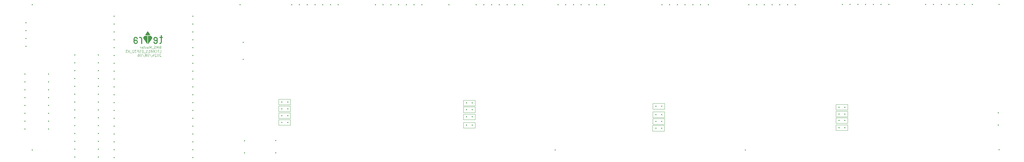
<source format=gbo>
%TF.GenerationSoftware,KiCad,Pcbnew,8.0.4*%
%TF.CreationDate,2024-08-06T18:21:13+08:00*%
%TF.ProjectId,LTC6811_ESP32_V3,4c544336-3831-4315-9f45-535033325f56,rev?*%
%TF.SameCoordinates,Original*%
%TF.FileFunction,Legend,Bot*%
%TF.FilePolarity,Positive*%
%FSLAX46Y46*%
G04 Gerber Fmt 4.6, Leading zero omitted, Abs format (unit mm)*
G04 Created by KiCad (PCBNEW 8.0.4) date 2024-08-06 18:21:13*
%MOMM*%
%LPD*%
G01*
G04 APERTURE LIST*
%ADD10C,0.120000*%
%ADD11C,0.010000*%
%ADD12C,0.350000*%
G04 APERTURE END LIST*
D10*
X143100000Y12858072D02*
X146900000Y12858072D01*
X146900000Y11058072D01*
X143100000Y11058072D01*
X143100000Y12858072D01*
X143100000Y20058072D02*
X146900000Y20058072D01*
X146900000Y18258072D01*
X143100000Y18258072D01*
X143100000Y20058072D01*
X204200000Y16258072D02*
X208000000Y16258072D01*
X208000000Y14458072D01*
X204200000Y14458072D01*
X204200000Y16258072D01*
X263300000Y16458072D02*
X267100000Y16458072D01*
X267100000Y14658072D01*
X263300000Y14658072D01*
X263300000Y16458072D01*
X83500000Y13758072D02*
X87300000Y13758072D01*
X87300000Y11958072D01*
X83500000Y11958072D01*
X83500000Y13758072D01*
X83500000Y20358072D02*
X87300000Y20358072D01*
X87300000Y18558072D01*
X83500000Y18558072D01*
X83500000Y20358072D01*
X204200000Y18958072D02*
X208000000Y18958072D01*
X208000000Y17158072D01*
X204200000Y17158072D01*
X204200000Y18958072D01*
X143100000Y15558072D02*
X146900000Y15558072D01*
X146900000Y13758072D01*
X143100000Y13758072D01*
X143100000Y15558072D01*
X263300000Y18658072D02*
X267100000Y18658072D01*
X267100000Y16858072D01*
X263300000Y16858072D01*
X263300000Y18658072D01*
X263300000Y14358072D02*
X267100000Y14358072D01*
X267100000Y12558072D01*
X263300000Y12558072D01*
X263300000Y14358072D01*
X83500000Y18158072D02*
X87300000Y18158072D01*
X87300000Y16358072D01*
X83500000Y16358072D01*
X83500000Y18158072D01*
X143100000Y17858072D02*
X146900000Y17858072D01*
X146900000Y16058072D01*
X143100000Y16058072D01*
X143100000Y17858072D01*
X204100000Y11858072D02*
X207900000Y11858072D01*
X207900000Y10058072D01*
X204100000Y10058072D01*
X204100000Y11858072D01*
X263300000Y12058072D02*
X267100000Y12058072D01*
X267100000Y10258072D01*
X263300000Y10258072D01*
X263300000Y12058072D01*
X204200000Y14058072D02*
X208000000Y14058072D01*
X208000000Y12258072D01*
X204200000Y12258072D01*
X204200000Y14058072D01*
X83500000Y15958072D02*
X87300000Y15958072D01*
X87300000Y14158072D01*
X83500000Y14158072D01*
X83500000Y15958072D01*
X45163910Y37157175D02*
X45049624Y37119080D01*
X45049624Y37119080D02*
X45011529Y37080984D01*
X45011529Y37080984D02*
X44973433Y37004794D01*
X44973433Y37004794D02*
X44973433Y36890508D01*
X44973433Y36890508D02*
X45011529Y36814318D01*
X45011529Y36814318D02*
X45049624Y36776222D01*
X45049624Y36776222D02*
X45125814Y36738127D01*
X45125814Y36738127D02*
X45430576Y36738127D01*
X45430576Y36738127D02*
X45430576Y37538127D01*
X45430576Y37538127D02*
X45163910Y37538127D01*
X45163910Y37538127D02*
X45087719Y37500032D01*
X45087719Y37500032D02*
X45049624Y37461937D01*
X45049624Y37461937D02*
X45011529Y37385746D01*
X45011529Y37385746D02*
X45011529Y37309556D01*
X45011529Y37309556D02*
X45049624Y37233365D01*
X45049624Y37233365D02*
X45087719Y37195270D01*
X45087719Y37195270D02*
X45163910Y37157175D01*
X45163910Y37157175D02*
X45430576Y37157175D01*
X44630576Y36738127D02*
X44630576Y37538127D01*
X44630576Y37538127D02*
X44363910Y36966699D01*
X44363910Y36966699D02*
X44097243Y37538127D01*
X44097243Y37538127D02*
X44097243Y36738127D01*
X43754386Y36776222D02*
X43640100Y36738127D01*
X43640100Y36738127D02*
X43449624Y36738127D01*
X43449624Y36738127D02*
X43373433Y36776222D01*
X43373433Y36776222D02*
X43335338Y36814318D01*
X43335338Y36814318D02*
X43297243Y36890508D01*
X43297243Y36890508D02*
X43297243Y36966699D01*
X43297243Y36966699D02*
X43335338Y37042889D01*
X43335338Y37042889D02*
X43373433Y37080984D01*
X43373433Y37080984D02*
X43449624Y37119080D01*
X43449624Y37119080D02*
X43602005Y37157175D01*
X43602005Y37157175D02*
X43678195Y37195270D01*
X43678195Y37195270D02*
X43716290Y37233365D01*
X43716290Y37233365D02*
X43754386Y37309556D01*
X43754386Y37309556D02*
X43754386Y37385746D01*
X43754386Y37385746D02*
X43716290Y37461937D01*
X43716290Y37461937D02*
X43678195Y37500032D01*
X43678195Y37500032D02*
X43602005Y37538127D01*
X43602005Y37538127D02*
X43411528Y37538127D01*
X43411528Y37538127D02*
X43297243Y37500032D01*
X43144862Y36661937D02*
X42535338Y36661937D01*
X42344861Y36738127D02*
X42344861Y37538127D01*
X42344861Y37538127D02*
X42078195Y36966699D01*
X42078195Y36966699D02*
X41811528Y37538127D01*
X41811528Y37538127D02*
X41811528Y36738127D01*
X41087718Y36738127D02*
X41087718Y37157175D01*
X41087718Y37157175D02*
X41125813Y37233365D01*
X41125813Y37233365D02*
X41202004Y37271461D01*
X41202004Y37271461D02*
X41354385Y37271461D01*
X41354385Y37271461D02*
X41430575Y37233365D01*
X41087718Y36776222D02*
X41163909Y36738127D01*
X41163909Y36738127D02*
X41354385Y36738127D01*
X41354385Y36738127D02*
X41430575Y36776222D01*
X41430575Y36776222D02*
X41468671Y36852413D01*
X41468671Y36852413D02*
X41468671Y36928603D01*
X41468671Y36928603D02*
X41430575Y37004794D01*
X41430575Y37004794D02*
X41354385Y37042889D01*
X41354385Y37042889D02*
X41163909Y37042889D01*
X41163909Y37042889D02*
X41087718Y37080984D01*
X40744861Y36776222D02*
X40668670Y36738127D01*
X40668670Y36738127D02*
X40516289Y36738127D01*
X40516289Y36738127D02*
X40440099Y36776222D01*
X40440099Y36776222D02*
X40402003Y36852413D01*
X40402003Y36852413D02*
X40402003Y36890508D01*
X40402003Y36890508D02*
X40440099Y36966699D01*
X40440099Y36966699D02*
X40516289Y37004794D01*
X40516289Y37004794D02*
X40630575Y37004794D01*
X40630575Y37004794D02*
X40706765Y37042889D01*
X40706765Y37042889D02*
X40744861Y37119080D01*
X40744861Y37119080D02*
X40744861Y37157175D01*
X40744861Y37157175D02*
X40706765Y37233365D01*
X40706765Y37233365D02*
X40630575Y37271461D01*
X40630575Y37271461D02*
X40516289Y37271461D01*
X40516289Y37271461D02*
X40440099Y37233365D01*
X40173432Y37271461D02*
X39868670Y37271461D01*
X40059146Y37538127D02*
X40059146Y36852413D01*
X40059146Y36852413D02*
X40021051Y36776222D01*
X40021051Y36776222D02*
X39944861Y36738127D01*
X39944861Y36738127D02*
X39868670Y36738127D01*
X39297241Y36776222D02*
X39373432Y36738127D01*
X39373432Y36738127D02*
X39525813Y36738127D01*
X39525813Y36738127D02*
X39602003Y36776222D01*
X39602003Y36776222D02*
X39640099Y36852413D01*
X39640099Y36852413D02*
X39640099Y37157175D01*
X39640099Y37157175D02*
X39602003Y37233365D01*
X39602003Y37233365D02*
X39525813Y37271461D01*
X39525813Y37271461D02*
X39373432Y37271461D01*
X39373432Y37271461D02*
X39297241Y37233365D01*
X39297241Y37233365D02*
X39259146Y37157175D01*
X39259146Y37157175D02*
X39259146Y37080984D01*
X39259146Y37080984D02*
X39640099Y37004794D01*
X38916289Y36738127D02*
X38916289Y37271461D01*
X38916289Y37119080D02*
X38878194Y37195270D01*
X38878194Y37195270D02*
X38840099Y37233365D01*
X38840099Y37233365D02*
X38763908Y37271461D01*
X38763908Y37271461D02*
X38687718Y37271461D01*
X45049624Y35450172D02*
X45430576Y35450172D01*
X45430576Y35450172D02*
X45430576Y36250172D01*
X44897243Y36250172D02*
X44440100Y36250172D01*
X44668672Y35450172D02*
X44668672Y36250172D01*
X43716290Y35526363D02*
X43754386Y35488267D01*
X43754386Y35488267D02*
X43868671Y35450172D01*
X43868671Y35450172D02*
X43944862Y35450172D01*
X43944862Y35450172D02*
X44059148Y35488267D01*
X44059148Y35488267D02*
X44135338Y35564458D01*
X44135338Y35564458D02*
X44173433Y35640648D01*
X44173433Y35640648D02*
X44211529Y35793029D01*
X44211529Y35793029D02*
X44211529Y35907315D01*
X44211529Y35907315D02*
X44173433Y36059696D01*
X44173433Y36059696D02*
X44135338Y36135887D01*
X44135338Y36135887D02*
X44059148Y36212077D01*
X44059148Y36212077D02*
X43944862Y36250172D01*
X43944862Y36250172D02*
X43868671Y36250172D01*
X43868671Y36250172D02*
X43754386Y36212077D01*
X43754386Y36212077D02*
X43716290Y36173982D01*
X43030576Y36250172D02*
X43182957Y36250172D01*
X43182957Y36250172D02*
X43259148Y36212077D01*
X43259148Y36212077D02*
X43297243Y36173982D01*
X43297243Y36173982D02*
X43373433Y36059696D01*
X43373433Y36059696D02*
X43411529Y35907315D01*
X43411529Y35907315D02*
X43411529Y35602553D01*
X43411529Y35602553D02*
X43373433Y35526363D01*
X43373433Y35526363D02*
X43335338Y35488267D01*
X43335338Y35488267D02*
X43259148Y35450172D01*
X43259148Y35450172D02*
X43106767Y35450172D01*
X43106767Y35450172D02*
X43030576Y35488267D01*
X43030576Y35488267D02*
X42992481Y35526363D01*
X42992481Y35526363D02*
X42954386Y35602553D01*
X42954386Y35602553D02*
X42954386Y35793029D01*
X42954386Y35793029D02*
X42992481Y35869220D01*
X42992481Y35869220D02*
X43030576Y35907315D01*
X43030576Y35907315D02*
X43106767Y35945410D01*
X43106767Y35945410D02*
X43259148Y35945410D01*
X43259148Y35945410D02*
X43335338Y35907315D01*
X43335338Y35907315D02*
X43373433Y35869220D01*
X43373433Y35869220D02*
X43411529Y35793029D01*
X42497243Y35907315D02*
X42573433Y35945410D01*
X42573433Y35945410D02*
X42611528Y35983506D01*
X42611528Y35983506D02*
X42649624Y36059696D01*
X42649624Y36059696D02*
X42649624Y36097791D01*
X42649624Y36097791D02*
X42611528Y36173982D01*
X42611528Y36173982D02*
X42573433Y36212077D01*
X42573433Y36212077D02*
X42497243Y36250172D01*
X42497243Y36250172D02*
X42344862Y36250172D01*
X42344862Y36250172D02*
X42268671Y36212077D01*
X42268671Y36212077D02*
X42230576Y36173982D01*
X42230576Y36173982D02*
X42192481Y36097791D01*
X42192481Y36097791D02*
X42192481Y36059696D01*
X42192481Y36059696D02*
X42230576Y35983506D01*
X42230576Y35983506D02*
X42268671Y35945410D01*
X42268671Y35945410D02*
X42344862Y35907315D01*
X42344862Y35907315D02*
X42497243Y35907315D01*
X42497243Y35907315D02*
X42573433Y35869220D01*
X42573433Y35869220D02*
X42611528Y35831125D01*
X42611528Y35831125D02*
X42649624Y35754934D01*
X42649624Y35754934D02*
X42649624Y35602553D01*
X42649624Y35602553D02*
X42611528Y35526363D01*
X42611528Y35526363D02*
X42573433Y35488267D01*
X42573433Y35488267D02*
X42497243Y35450172D01*
X42497243Y35450172D02*
X42344862Y35450172D01*
X42344862Y35450172D02*
X42268671Y35488267D01*
X42268671Y35488267D02*
X42230576Y35526363D01*
X42230576Y35526363D02*
X42192481Y35602553D01*
X42192481Y35602553D02*
X42192481Y35754934D01*
X42192481Y35754934D02*
X42230576Y35831125D01*
X42230576Y35831125D02*
X42268671Y35869220D01*
X42268671Y35869220D02*
X42344862Y35907315D01*
X41430576Y35450172D02*
X41887719Y35450172D01*
X41659147Y35450172D02*
X41659147Y36250172D01*
X41659147Y36250172D02*
X41735338Y36135887D01*
X41735338Y36135887D02*
X41811528Y36059696D01*
X41811528Y36059696D02*
X41887719Y36021601D01*
X40668671Y35450172D02*
X41125814Y35450172D01*
X40897242Y35450172D02*
X40897242Y36250172D01*
X40897242Y36250172D02*
X40973433Y36135887D01*
X40973433Y36135887D02*
X41049623Y36059696D01*
X41049623Y36059696D02*
X41125814Y36021601D01*
X40516290Y35373982D02*
X39906766Y35373982D01*
X39716289Y35869220D02*
X39449623Y35869220D01*
X39335337Y35450172D02*
X39716289Y35450172D01*
X39716289Y35450172D02*
X39716289Y36250172D01*
X39716289Y36250172D02*
X39335337Y36250172D01*
X39030575Y35488267D02*
X38916289Y35450172D01*
X38916289Y35450172D02*
X38725813Y35450172D01*
X38725813Y35450172D02*
X38649622Y35488267D01*
X38649622Y35488267D02*
X38611527Y35526363D01*
X38611527Y35526363D02*
X38573432Y35602553D01*
X38573432Y35602553D02*
X38573432Y35678744D01*
X38573432Y35678744D02*
X38611527Y35754934D01*
X38611527Y35754934D02*
X38649622Y35793029D01*
X38649622Y35793029D02*
X38725813Y35831125D01*
X38725813Y35831125D02*
X38878194Y35869220D01*
X38878194Y35869220D02*
X38954384Y35907315D01*
X38954384Y35907315D02*
X38992479Y35945410D01*
X38992479Y35945410D02*
X39030575Y36021601D01*
X39030575Y36021601D02*
X39030575Y36097791D01*
X39030575Y36097791D02*
X38992479Y36173982D01*
X38992479Y36173982D02*
X38954384Y36212077D01*
X38954384Y36212077D02*
X38878194Y36250172D01*
X38878194Y36250172D02*
X38687717Y36250172D01*
X38687717Y36250172D02*
X38573432Y36212077D01*
X38230574Y35450172D02*
X38230574Y36250172D01*
X38230574Y36250172D02*
X37925812Y36250172D01*
X37925812Y36250172D02*
X37849622Y36212077D01*
X37849622Y36212077D02*
X37811527Y36173982D01*
X37811527Y36173982D02*
X37773431Y36097791D01*
X37773431Y36097791D02*
X37773431Y35983506D01*
X37773431Y35983506D02*
X37811527Y35907315D01*
X37811527Y35907315D02*
X37849622Y35869220D01*
X37849622Y35869220D02*
X37925812Y35831125D01*
X37925812Y35831125D02*
X38230574Y35831125D01*
X37506765Y36250172D02*
X37011527Y36250172D01*
X37011527Y36250172D02*
X37278193Y35945410D01*
X37278193Y35945410D02*
X37163908Y35945410D01*
X37163908Y35945410D02*
X37087717Y35907315D01*
X37087717Y35907315D02*
X37049622Y35869220D01*
X37049622Y35869220D02*
X37011527Y35793029D01*
X37011527Y35793029D02*
X37011527Y35602553D01*
X37011527Y35602553D02*
X37049622Y35526363D01*
X37049622Y35526363D02*
X37087717Y35488267D01*
X37087717Y35488267D02*
X37163908Y35450172D01*
X37163908Y35450172D02*
X37392479Y35450172D01*
X37392479Y35450172D02*
X37468670Y35488267D01*
X37468670Y35488267D02*
X37506765Y35526363D01*
X36706765Y36173982D02*
X36668669Y36212077D01*
X36668669Y36212077D02*
X36592479Y36250172D01*
X36592479Y36250172D02*
X36402003Y36250172D01*
X36402003Y36250172D02*
X36325812Y36212077D01*
X36325812Y36212077D02*
X36287717Y36173982D01*
X36287717Y36173982D02*
X36249622Y36097791D01*
X36249622Y36097791D02*
X36249622Y36021601D01*
X36249622Y36021601D02*
X36287717Y35907315D01*
X36287717Y35907315D02*
X36744860Y35450172D01*
X36744860Y35450172D02*
X36249622Y35450172D01*
X36097241Y35373982D02*
X35487717Y35373982D01*
X35411526Y36250172D02*
X35144859Y35450172D01*
X35144859Y35450172D02*
X34878193Y36250172D01*
X34687717Y36250172D02*
X34192479Y36250172D01*
X34192479Y36250172D02*
X34459145Y35945410D01*
X34459145Y35945410D02*
X34344860Y35945410D01*
X34344860Y35945410D02*
X34268669Y35907315D01*
X34268669Y35907315D02*
X34230574Y35869220D01*
X34230574Y35869220D02*
X34192479Y35793029D01*
X34192479Y35793029D02*
X34192479Y35602553D01*
X34192479Y35602553D02*
X34230574Y35526363D01*
X34230574Y35526363D02*
X34268669Y35488267D01*
X34268669Y35488267D02*
X34344860Y35450172D01*
X34344860Y35450172D02*
X34573431Y35450172D01*
X34573431Y35450172D02*
X34649622Y35488267D01*
X34649622Y35488267D02*
X34687717Y35526363D01*
X45468672Y34886027D02*
X45430576Y34924122D01*
X45430576Y34924122D02*
X45354386Y34962217D01*
X45354386Y34962217D02*
X45163910Y34962217D01*
X45163910Y34962217D02*
X45087719Y34924122D01*
X45087719Y34924122D02*
X45049624Y34886027D01*
X45049624Y34886027D02*
X45011529Y34809836D01*
X45011529Y34809836D02*
X45011529Y34733646D01*
X45011529Y34733646D02*
X45049624Y34619360D01*
X45049624Y34619360D02*
X45506767Y34162217D01*
X45506767Y34162217D02*
X45011529Y34162217D01*
X44516290Y34962217D02*
X44440100Y34962217D01*
X44440100Y34962217D02*
X44363909Y34924122D01*
X44363909Y34924122D02*
X44325814Y34886027D01*
X44325814Y34886027D02*
X44287719Y34809836D01*
X44287719Y34809836D02*
X44249624Y34657455D01*
X44249624Y34657455D02*
X44249624Y34466979D01*
X44249624Y34466979D02*
X44287719Y34314598D01*
X44287719Y34314598D02*
X44325814Y34238408D01*
X44325814Y34238408D02*
X44363909Y34200312D01*
X44363909Y34200312D02*
X44440100Y34162217D01*
X44440100Y34162217D02*
X44516290Y34162217D01*
X44516290Y34162217D02*
X44592481Y34200312D01*
X44592481Y34200312D02*
X44630576Y34238408D01*
X44630576Y34238408D02*
X44668671Y34314598D01*
X44668671Y34314598D02*
X44706767Y34466979D01*
X44706767Y34466979D02*
X44706767Y34657455D01*
X44706767Y34657455D02*
X44668671Y34809836D01*
X44668671Y34809836D02*
X44630576Y34886027D01*
X44630576Y34886027D02*
X44592481Y34924122D01*
X44592481Y34924122D02*
X44516290Y34962217D01*
X43944862Y34886027D02*
X43906766Y34924122D01*
X43906766Y34924122D02*
X43830576Y34962217D01*
X43830576Y34962217D02*
X43640100Y34962217D01*
X43640100Y34962217D02*
X43563909Y34924122D01*
X43563909Y34924122D02*
X43525814Y34886027D01*
X43525814Y34886027D02*
X43487719Y34809836D01*
X43487719Y34809836D02*
X43487719Y34733646D01*
X43487719Y34733646D02*
X43525814Y34619360D01*
X43525814Y34619360D02*
X43982957Y34162217D01*
X43982957Y34162217D02*
X43487719Y34162217D01*
X42802004Y34695551D02*
X42802004Y34162217D01*
X42992480Y35000312D02*
X43182957Y34428884D01*
X43182957Y34428884D02*
X42687718Y34428884D01*
X41811528Y35000312D02*
X42497242Y33971741D01*
X41392480Y34962217D02*
X41316290Y34962217D01*
X41316290Y34962217D02*
X41240099Y34924122D01*
X41240099Y34924122D02*
X41202004Y34886027D01*
X41202004Y34886027D02*
X41163909Y34809836D01*
X41163909Y34809836D02*
X41125814Y34657455D01*
X41125814Y34657455D02*
X41125814Y34466979D01*
X41125814Y34466979D02*
X41163909Y34314598D01*
X41163909Y34314598D02*
X41202004Y34238408D01*
X41202004Y34238408D02*
X41240099Y34200312D01*
X41240099Y34200312D02*
X41316290Y34162217D01*
X41316290Y34162217D02*
X41392480Y34162217D01*
X41392480Y34162217D02*
X41468671Y34200312D01*
X41468671Y34200312D02*
X41506766Y34238408D01*
X41506766Y34238408D02*
X41544861Y34314598D01*
X41544861Y34314598D02*
X41582957Y34466979D01*
X41582957Y34466979D02*
X41582957Y34657455D01*
X41582957Y34657455D02*
X41544861Y34809836D01*
X41544861Y34809836D02*
X41506766Y34886027D01*
X41506766Y34886027D02*
X41468671Y34924122D01*
X41468671Y34924122D02*
X41392480Y34962217D01*
X40668671Y34619360D02*
X40744861Y34657455D01*
X40744861Y34657455D02*
X40782956Y34695551D01*
X40782956Y34695551D02*
X40821052Y34771741D01*
X40821052Y34771741D02*
X40821052Y34809836D01*
X40821052Y34809836D02*
X40782956Y34886027D01*
X40782956Y34886027D02*
X40744861Y34924122D01*
X40744861Y34924122D02*
X40668671Y34962217D01*
X40668671Y34962217D02*
X40516290Y34962217D01*
X40516290Y34962217D02*
X40440099Y34924122D01*
X40440099Y34924122D02*
X40402004Y34886027D01*
X40402004Y34886027D02*
X40363909Y34809836D01*
X40363909Y34809836D02*
X40363909Y34771741D01*
X40363909Y34771741D02*
X40402004Y34695551D01*
X40402004Y34695551D02*
X40440099Y34657455D01*
X40440099Y34657455D02*
X40516290Y34619360D01*
X40516290Y34619360D02*
X40668671Y34619360D01*
X40668671Y34619360D02*
X40744861Y34581265D01*
X40744861Y34581265D02*
X40782956Y34543170D01*
X40782956Y34543170D02*
X40821052Y34466979D01*
X40821052Y34466979D02*
X40821052Y34314598D01*
X40821052Y34314598D02*
X40782956Y34238408D01*
X40782956Y34238408D02*
X40744861Y34200312D01*
X40744861Y34200312D02*
X40668671Y34162217D01*
X40668671Y34162217D02*
X40516290Y34162217D01*
X40516290Y34162217D02*
X40440099Y34200312D01*
X40440099Y34200312D02*
X40402004Y34238408D01*
X40402004Y34238408D02*
X40363909Y34314598D01*
X40363909Y34314598D02*
X40363909Y34466979D01*
X40363909Y34466979D02*
X40402004Y34543170D01*
X40402004Y34543170D02*
X40440099Y34581265D01*
X40440099Y34581265D02*
X40516290Y34619360D01*
X39449623Y35000312D02*
X40135337Y33971741D01*
X39030575Y34962217D02*
X38954385Y34962217D01*
X38954385Y34962217D02*
X38878194Y34924122D01*
X38878194Y34924122D02*
X38840099Y34886027D01*
X38840099Y34886027D02*
X38802004Y34809836D01*
X38802004Y34809836D02*
X38763909Y34657455D01*
X38763909Y34657455D02*
X38763909Y34466979D01*
X38763909Y34466979D02*
X38802004Y34314598D01*
X38802004Y34314598D02*
X38840099Y34238408D01*
X38840099Y34238408D02*
X38878194Y34200312D01*
X38878194Y34200312D02*
X38954385Y34162217D01*
X38954385Y34162217D02*
X39030575Y34162217D01*
X39030575Y34162217D02*
X39106766Y34200312D01*
X39106766Y34200312D02*
X39144861Y34238408D01*
X39144861Y34238408D02*
X39182956Y34314598D01*
X39182956Y34314598D02*
X39221052Y34466979D01*
X39221052Y34466979D02*
X39221052Y34657455D01*
X39221052Y34657455D02*
X39182956Y34809836D01*
X39182956Y34809836D02*
X39144861Y34886027D01*
X39144861Y34886027D02*
X39106766Y34924122D01*
X39106766Y34924122D02*
X39030575Y34962217D01*
X38078194Y34962217D02*
X38230575Y34962217D01*
X38230575Y34962217D02*
X38306766Y34924122D01*
X38306766Y34924122D02*
X38344861Y34886027D01*
X38344861Y34886027D02*
X38421051Y34771741D01*
X38421051Y34771741D02*
X38459147Y34619360D01*
X38459147Y34619360D02*
X38459147Y34314598D01*
X38459147Y34314598D02*
X38421051Y34238408D01*
X38421051Y34238408D02*
X38382956Y34200312D01*
X38382956Y34200312D02*
X38306766Y34162217D01*
X38306766Y34162217D02*
X38154385Y34162217D01*
X38154385Y34162217D02*
X38078194Y34200312D01*
X38078194Y34200312D02*
X38040099Y34238408D01*
X38040099Y34238408D02*
X38002004Y34314598D01*
X38002004Y34314598D02*
X38002004Y34505074D01*
X38002004Y34505074D02*
X38040099Y34581265D01*
X38040099Y34581265D02*
X38078194Y34619360D01*
X38078194Y34619360D02*
X38154385Y34657455D01*
X38154385Y34657455D02*
X38306766Y34657455D01*
X38306766Y34657455D02*
X38382956Y34619360D01*
X38382956Y34619360D02*
X38421051Y34581265D01*
X38421051Y34581265D02*
X38459147Y34505074D01*
D11*
%TO.C,LOGO2*%
X42397370Y40597405D02*
X42412067Y40576245D01*
X42454862Y40514302D01*
X42494759Y40456076D01*
X42530621Y40403260D01*
X42561311Y40357544D01*
X42585690Y40320619D01*
X42602621Y40294176D01*
X42610967Y40279905D01*
X42616447Y40266522D01*
X42625586Y40225058D01*
X42626565Y40181354D01*
X42618904Y40143661D01*
X42618078Y40142054D01*
X42609359Y40128107D01*
X42591793Y40101316D01*
X42565951Y40062520D01*
X42532403Y40012560D01*
X42491718Y39952275D01*
X42444467Y39882504D01*
X42391219Y39804089D01*
X42332546Y39717868D01*
X42269016Y39624682D01*
X42201200Y39525370D01*
X42129668Y39420772D01*
X42054990Y39311727D01*
X41977736Y39199076D01*
X41950912Y39159998D01*
X41874659Y39049001D01*
X41801197Y38942204D01*
X41731091Y38840422D01*
X41664904Y38744468D01*
X41603203Y38655157D01*
X41546551Y38573303D01*
X41495512Y38499721D01*
X41450653Y38435225D01*
X41412537Y38380630D01*
X41381729Y38336749D01*
X41358793Y38304397D01*
X41344295Y38284389D01*
X41338798Y38277539D01*
X41338591Y38278176D01*
X41337853Y38290983D01*
X41337140Y38319548D01*
X41336456Y38362946D01*
X41335808Y38420257D01*
X41335199Y38490557D01*
X41334634Y38572923D01*
X41334117Y38666433D01*
X41333655Y38770164D01*
X41333250Y38883194D01*
X41332909Y39004601D01*
X41332635Y39133460D01*
X41332434Y39268851D01*
X41332309Y39409849D01*
X41332267Y39555533D01*
X41332267Y40833528D01*
X41352695Y40857283D01*
X41373123Y40881039D01*
X42200100Y40881039D01*
X42397370Y40597405D01*
G36*
X42397370Y40597405D02*
G01*
X42412067Y40576245D01*
X42454862Y40514302D01*
X42494759Y40456076D01*
X42530621Y40403260D01*
X42561311Y40357544D01*
X42585690Y40320619D01*
X42602621Y40294176D01*
X42610967Y40279905D01*
X42616447Y40266522D01*
X42625586Y40225058D01*
X42626565Y40181354D01*
X42618904Y40143661D01*
X42618078Y40142054D01*
X42609359Y40128107D01*
X42591793Y40101316D01*
X42565951Y40062520D01*
X42532403Y40012560D01*
X42491718Y39952275D01*
X42444467Y39882504D01*
X42391219Y39804089D01*
X42332546Y39717868D01*
X42269016Y39624682D01*
X42201200Y39525370D01*
X42129668Y39420772D01*
X42054990Y39311727D01*
X41977736Y39199076D01*
X41950912Y39159998D01*
X41874659Y39049001D01*
X41801197Y38942204D01*
X41731091Y38840422D01*
X41664904Y38744468D01*
X41603203Y38655157D01*
X41546551Y38573303D01*
X41495512Y38499721D01*
X41450653Y38435225D01*
X41412537Y38380630D01*
X41381729Y38336749D01*
X41358793Y38304397D01*
X41344295Y38284389D01*
X41338798Y38277539D01*
X41338591Y38278176D01*
X41337853Y38290983D01*
X41337140Y38319548D01*
X41336456Y38362946D01*
X41335808Y38420257D01*
X41335199Y38490557D01*
X41334634Y38572923D01*
X41334117Y38666433D01*
X41333655Y38770164D01*
X41333250Y38883194D01*
X41332909Y39004601D01*
X41332635Y39133460D01*
X41332434Y39268851D01*
X41332309Y39409849D01*
X41332267Y39555533D01*
X41332267Y40833528D01*
X41352695Y40857283D01*
X41373123Y40881039D01*
X42200100Y40881039D01*
X42397370Y40597405D01*
G37*
X41238971Y42273893D02*
X41241046Y42271770D01*
X41252003Y42257628D01*
X41271194Y42231415D01*
X41297727Y42194418D01*
X41330711Y42147926D01*
X41369255Y42093226D01*
X41412466Y42031607D01*
X41459454Y41964357D01*
X41509327Y41892765D01*
X41561193Y41818119D01*
X41614162Y41741707D01*
X41667341Y41664817D01*
X41719839Y41588737D01*
X41770765Y41514756D01*
X41819226Y41444163D01*
X41864333Y41378244D01*
X41905193Y41318289D01*
X41940914Y41265586D01*
X41970606Y41221423D01*
X41993377Y41187089D01*
X42008335Y41163871D01*
X42014589Y41153057D01*
X42014785Y41151537D01*
X42013046Y41149421D01*
X42007975Y41147562D01*
X41998601Y41145942D01*
X41983952Y41144547D01*
X41963056Y41143358D01*
X41934942Y41142361D01*
X41898638Y41141538D01*
X41853173Y41140873D01*
X41797576Y41140350D01*
X41730874Y41139953D01*
X41652097Y41139664D01*
X41560272Y41139468D01*
X41454429Y41139348D01*
X41333596Y41139288D01*
X41196800Y41139272D01*
X41138578Y41139275D01*
X41008247Y41139311D01*
X40893487Y41139400D01*
X40793330Y41139560D01*
X40706812Y41139804D01*
X40632965Y41140149D01*
X40570824Y41140612D01*
X40519421Y41141207D01*
X40477791Y41141951D01*
X40444968Y41142858D01*
X40419985Y41143946D01*
X40401876Y41145230D01*
X40389674Y41146726D01*
X40382414Y41148448D01*
X40379128Y41150414D01*
X40378851Y41152640D01*
X40380250Y41155349D01*
X40390123Y41171130D01*
X40408415Y41198830D01*
X40434227Y41237156D01*
X40466655Y41284815D01*
X40504800Y41340513D01*
X40547760Y41402956D01*
X40594634Y41470853D01*
X40644521Y41542908D01*
X40696519Y41617830D01*
X40749728Y41694325D01*
X40803247Y41771099D01*
X40856173Y41846859D01*
X40907607Y41920312D01*
X40956647Y41990164D01*
X41002391Y42055123D01*
X41043939Y42113895D01*
X41080389Y42165186D01*
X41110841Y42207704D01*
X41134393Y42240154D01*
X41150144Y42261245D01*
X41157193Y42269682D01*
X41177748Y42278798D01*
X41209730Y42281661D01*
X41238971Y42273893D01*
G36*
X41238971Y42273893D02*
G01*
X41241046Y42271770D01*
X41252003Y42257628D01*
X41271194Y42231415D01*
X41297727Y42194418D01*
X41330711Y42147926D01*
X41369255Y42093226D01*
X41412466Y42031607D01*
X41459454Y41964357D01*
X41509327Y41892765D01*
X41561193Y41818119D01*
X41614162Y41741707D01*
X41667341Y41664817D01*
X41719839Y41588737D01*
X41770765Y41514756D01*
X41819226Y41444163D01*
X41864333Y41378244D01*
X41905193Y41318289D01*
X41940914Y41265586D01*
X41970606Y41221423D01*
X41993377Y41187089D01*
X42008335Y41163871D01*
X42014589Y41153057D01*
X42014785Y41151537D01*
X42013046Y41149421D01*
X42007975Y41147562D01*
X41998601Y41145942D01*
X41983952Y41144547D01*
X41963056Y41143358D01*
X41934942Y41142361D01*
X41898638Y41141538D01*
X41853173Y41140873D01*
X41797576Y41140350D01*
X41730874Y41139953D01*
X41652097Y41139664D01*
X41560272Y41139468D01*
X41454429Y41139348D01*
X41333596Y41139288D01*
X41196800Y41139272D01*
X41138578Y41139275D01*
X41008247Y41139311D01*
X40893487Y41139400D01*
X40793330Y41139560D01*
X40706812Y41139804D01*
X40632965Y41140149D01*
X40570824Y41140612D01*
X40519421Y41141207D01*
X40477791Y41141951D01*
X40444968Y41142858D01*
X40419985Y41143946D01*
X40401876Y41145230D01*
X40389674Y41146726D01*
X40382414Y41148448D01*
X40379128Y41150414D01*
X40378851Y41152640D01*
X40380250Y41155349D01*
X40390123Y41171130D01*
X40408415Y41198830D01*
X40434227Y41237156D01*
X40466655Y41284815D01*
X40504800Y41340513D01*
X40547760Y41402956D01*
X40594634Y41470853D01*
X40644521Y41542908D01*
X40696519Y41617830D01*
X40749728Y41694325D01*
X40803247Y41771099D01*
X40856173Y41846859D01*
X40907607Y41920312D01*
X40956647Y41990164D01*
X41002391Y42055123D01*
X41043939Y42113895D01*
X41080389Y42165186D01*
X41110841Y42207704D01*
X41134393Y42240154D01*
X41150144Y42261245D01*
X41157193Y42269682D01*
X41177748Y42278798D01*
X41209730Y42281661D01*
X41238971Y42273893D01*
G37*
X40634853Y40876776D02*
X40727311Y40876466D01*
X40808914Y40875832D01*
X40878651Y40874896D01*
X40935507Y40873677D01*
X40978471Y40872194D01*
X41006528Y40870468D01*
X41018666Y40868518D01*
X41018970Y40868351D01*
X41032512Y40854553D01*
X41043510Y40833387D01*
X41044483Y40827843D01*
X41045796Y40810019D01*
X41046986Y40780263D01*
X41048058Y40738159D01*
X41049012Y40683291D01*
X41049854Y40615240D01*
X41050585Y40533591D01*
X41051208Y40437927D01*
X41051728Y40327830D01*
X41052146Y40202885D01*
X41052466Y40062673D01*
X41052691Y39906779D01*
X41052823Y39734785D01*
X41052867Y39546275D01*
X41052866Y39520550D01*
X41052809Y39376655D01*
X41052673Y39237616D01*
X41052462Y39104363D01*
X41052180Y38977824D01*
X41051832Y38858929D01*
X41051424Y38748606D01*
X41050959Y38647785D01*
X41050442Y38557395D01*
X41049878Y38478363D01*
X41049272Y38411621D01*
X41048628Y38358095D01*
X41047951Y38318716D01*
X41047246Y38294412D01*
X41046517Y38286113D01*
X41046460Y38286123D01*
X41040092Y38293483D01*
X41024947Y38313849D01*
X41001701Y38346227D01*
X40971032Y38389628D01*
X40933617Y38443059D01*
X40890132Y38505528D01*
X40841254Y38576045D01*
X40787660Y38653617D01*
X40730026Y38737254D01*
X40669030Y38825962D01*
X40605349Y38918752D01*
X40539658Y39014630D01*
X40472636Y39112607D01*
X40404958Y39211689D01*
X40337302Y39310886D01*
X40270344Y39409206D01*
X40204761Y39505657D01*
X40141230Y39599248D01*
X40080428Y39688987D01*
X40023032Y39773883D01*
X39969718Y39852944D01*
X39921164Y39925178D01*
X39878045Y39989594D01*
X39841040Y40045201D01*
X39810824Y40091006D01*
X39788074Y40126018D01*
X39773468Y40149246D01*
X39767682Y40159698D01*
X39761493Y40192523D01*
X39764524Y40242597D01*
X39781221Y40289029D01*
X39782680Y40291507D01*
X39793331Y40308031D01*
X39812180Y40336295D01*
X39838106Y40374648D01*
X39869984Y40421440D01*
X39906691Y40475021D01*
X39947105Y40533740D01*
X39990101Y40595946D01*
X40184636Y40876805D01*
X40593908Y40876805D01*
X40634853Y40876776D01*
G36*
X40634853Y40876776D02*
G01*
X40727311Y40876466D01*
X40808914Y40875832D01*
X40878651Y40874896D01*
X40935507Y40873677D01*
X40978471Y40872194D01*
X41006528Y40870468D01*
X41018666Y40868518D01*
X41018970Y40868351D01*
X41032512Y40854553D01*
X41043510Y40833387D01*
X41044483Y40827843D01*
X41045796Y40810019D01*
X41046986Y40780263D01*
X41048058Y40738159D01*
X41049012Y40683291D01*
X41049854Y40615240D01*
X41050585Y40533591D01*
X41051208Y40437927D01*
X41051728Y40327830D01*
X41052146Y40202885D01*
X41052466Y40062673D01*
X41052691Y39906779D01*
X41052823Y39734785D01*
X41052867Y39546275D01*
X41052866Y39520550D01*
X41052809Y39376655D01*
X41052673Y39237616D01*
X41052462Y39104363D01*
X41052180Y38977824D01*
X41051832Y38858929D01*
X41051424Y38748606D01*
X41050959Y38647785D01*
X41050442Y38557395D01*
X41049878Y38478363D01*
X41049272Y38411621D01*
X41048628Y38358095D01*
X41047951Y38318716D01*
X41047246Y38294412D01*
X41046517Y38286113D01*
X41046460Y38286123D01*
X41040092Y38293483D01*
X41024947Y38313849D01*
X41001701Y38346227D01*
X40971032Y38389628D01*
X40933617Y38443059D01*
X40890132Y38505528D01*
X40841254Y38576045D01*
X40787660Y38653617D01*
X40730026Y38737254D01*
X40669030Y38825962D01*
X40605349Y38918752D01*
X40539658Y39014630D01*
X40472636Y39112607D01*
X40404958Y39211689D01*
X40337302Y39310886D01*
X40270344Y39409206D01*
X40204761Y39505657D01*
X40141230Y39599248D01*
X40080428Y39688987D01*
X40023032Y39773883D01*
X39969718Y39852944D01*
X39921164Y39925178D01*
X39878045Y39989594D01*
X39841040Y40045201D01*
X39810824Y40091006D01*
X39788074Y40126018D01*
X39773468Y40149246D01*
X39767682Y40159698D01*
X39761493Y40192523D01*
X39764524Y40242597D01*
X39781221Y40289029D01*
X39782680Y40291507D01*
X39793331Y40308031D01*
X39812180Y40336295D01*
X39838106Y40374648D01*
X39869984Y40421440D01*
X39906691Y40475021D01*
X39947105Y40533740D01*
X39990101Y40595946D01*
X40184636Y40876805D01*
X40593908Y40876805D01*
X40634853Y40876776D01*
G37*
X38634558Y40510693D02*
X38641690Y40510483D01*
X38717950Y40507048D01*
X38781423Y40501346D01*
X38835875Y40492620D01*
X38885071Y40480113D01*
X38932780Y40463068D01*
X38982767Y40440728D01*
X38996714Y40433797D01*
X39082317Y40380673D01*
X39156904Y40314883D01*
X39220032Y40236959D01*
X39271259Y40147434D01*
X39310141Y40046840D01*
X39329585Y39983572D01*
X39332104Y39167701D01*
X39332435Y39048714D01*
X39332695Y38916234D01*
X39332783Y38799437D01*
X39332695Y38697633D01*
X39332423Y38610132D01*
X39331961Y38536243D01*
X39331304Y38475276D01*
X39330445Y38426539D01*
X39329379Y38389341D01*
X39328099Y38362994D01*
X39326599Y38346805D01*
X39324874Y38340084D01*
X39324229Y38339374D01*
X39313961Y38334168D01*
X39293887Y38330761D01*
X39261642Y38328902D01*
X39214861Y38328339D01*
X39199463Y38328359D01*
X39161128Y38328810D01*
X39135671Y38330210D01*
X39120018Y38333020D01*
X39111096Y38337701D01*
X39105831Y38344716D01*
X39104991Y38348128D01*
X39103322Y38367742D01*
X39101847Y38404124D01*
X39100565Y38457292D01*
X39099476Y38527269D01*
X39098580Y38614075D01*
X39097877Y38717730D01*
X39097366Y38838255D01*
X39097047Y38975671D01*
X39096920Y39129999D01*
X39096855Y39263946D01*
X39096700Y39385061D01*
X39096441Y39491247D01*
X39096064Y39583518D01*
X39095553Y39662887D01*
X39094894Y39730368D01*
X39094072Y39786974D01*
X39093072Y39833718D01*
X39091879Y39871613D01*
X39090480Y39901672D01*
X39088858Y39924910D01*
X39086999Y39942339D01*
X39084889Y39954972D01*
X39078800Y39979971D01*
X39050553Y40054319D01*
X39009762Y40120296D01*
X38958015Y40175678D01*
X38896897Y40218244D01*
X38871329Y40231139D01*
X38834256Y40245756D01*
X38794152Y40256059D01*
X38747567Y40262660D01*
X38691051Y40266171D01*
X38621155Y40267206D01*
X38569640Y40267282D01*
X38525681Y40268505D01*
X38494509Y40272482D01*
X38473927Y40280821D01*
X38461741Y40295131D01*
X38455755Y40317020D01*
X38453773Y40348098D01*
X38453600Y40389972D01*
X38453594Y40399697D01*
X38453922Y40438910D01*
X38456393Y40468065D01*
X38463122Y40488571D01*
X38476220Y40501837D01*
X38497800Y40509273D01*
X38529974Y40512288D01*
X38574856Y40512292D01*
X38634558Y40510693D01*
G36*
X38634558Y40510693D02*
G01*
X38641690Y40510483D01*
X38717950Y40507048D01*
X38781423Y40501346D01*
X38835875Y40492620D01*
X38885071Y40480113D01*
X38932780Y40463068D01*
X38982767Y40440728D01*
X38996714Y40433797D01*
X39082317Y40380673D01*
X39156904Y40314883D01*
X39220032Y40236959D01*
X39271259Y40147434D01*
X39310141Y40046840D01*
X39329585Y39983572D01*
X39332104Y39167701D01*
X39332435Y39048714D01*
X39332695Y38916234D01*
X39332783Y38799437D01*
X39332695Y38697633D01*
X39332423Y38610132D01*
X39331961Y38536243D01*
X39331304Y38475276D01*
X39330445Y38426539D01*
X39329379Y38389341D01*
X39328099Y38362994D01*
X39326599Y38346805D01*
X39324874Y38340084D01*
X39324229Y38339374D01*
X39313961Y38334168D01*
X39293887Y38330761D01*
X39261642Y38328902D01*
X39214861Y38328339D01*
X39199463Y38328359D01*
X39161128Y38328810D01*
X39135671Y38330210D01*
X39120018Y38333020D01*
X39111096Y38337701D01*
X39105831Y38344716D01*
X39104991Y38348128D01*
X39103322Y38367742D01*
X39101847Y38404124D01*
X39100565Y38457292D01*
X39099476Y38527269D01*
X39098580Y38614075D01*
X39097877Y38717730D01*
X39097366Y38838255D01*
X39097047Y38975671D01*
X39096920Y39129999D01*
X39096855Y39263946D01*
X39096700Y39385061D01*
X39096441Y39491247D01*
X39096064Y39583518D01*
X39095553Y39662887D01*
X39094894Y39730368D01*
X39094072Y39786974D01*
X39093072Y39833718D01*
X39091879Y39871613D01*
X39090480Y39901672D01*
X39088858Y39924910D01*
X39086999Y39942339D01*
X39084889Y39954972D01*
X39078800Y39979971D01*
X39050553Y40054319D01*
X39009762Y40120296D01*
X38958015Y40175678D01*
X38896897Y40218244D01*
X38871329Y40231139D01*
X38834256Y40245756D01*
X38794152Y40256059D01*
X38747567Y40262660D01*
X38691051Y40266171D01*
X38621155Y40267206D01*
X38569640Y40267282D01*
X38525681Y40268505D01*
X38494509Y40272482D01*
X38473927Y40280821D01*
X38461741Y40295131D01*
X38455755Y40317020D01*
X38453773Y40348098D01*
X38453600Y40389972D01*
X38453594Y40399697D01*
X38453922Y40438910D01*
X38456393Y40468065D01*
X38463122Y40488571D01*
X38476220Y40501837D01*
X38497800Y40509273D01*
X38529974Y40512288D01*
X38574856Y40512292D01*
X38634558Y40510693D01*
G37*
X45503342Y41107577D02*
X45529158Y41097389D01*
X45566820Y41079776D01*
X45587524Y41069452D01*
X45622147Y41051016D01*
X45650775Y41034347D01*
X45668715Y41022103D01*
X45692600Y41002300D01*
X45692600Y40504272D01*
X45831820Y40504272D01*
X45883144Y40504224D01*
X45926700Y40503115D01*
X45957500Y40499367D01*
X45977750Y40491400D01*
X45989658Y40477633D01*
X45995431Y40456488D01*
X45997276Y40426383D01*
X45997400Y40385739D01*
X45997333Y40348998D01*
X45995784Y40317817D01*
X45990548Y40295769D01*
X45979419Y40281273D01*
X45960188Y40272748D01*
X45930650Y40268616D01*
X45888596Y40267295D01*
X45831820Y40267205D01*
X45692600Y40267205D01*
X45692600Y39599448D01*
X45692590Y39535287D01*
X45692500Y39416935D01*
X45692299Y39313754D01*
X45691966Y39224563D01*
X45691482Y39148181D01*
X45690826Y39083426D01*
X45689976Y39029117D01*
X45688913Y38984074D01*
X45687617Y38947115D01*
X45686066Y38917059D01*
X45684239Y38892725D01*
X45682117Y38872931D01*
X45679679Y38856498D01*
X45677474Y38844086D01*
X45650624Y38733720D01*
X45613013Y38636224D01*
X45564715Y38551694D01*
X45505809Y38480223D01*
X45436371Y38421906D01*
X45356476Y38376839D01*
X45266202Y38345115D01*
X45265923Y38345042D01*
X45231014Y38337975D01*
X45189918Y38332777D01*
X45146458Y38329553D01*
X45104457Y38328408D01*
X45067736Y38329447D01*
X45040119Y38332776D01*
X45025427Y38338499D01*
X45020810Y38351001D01*
X45017437Y38376161D01*
X45015441Y38409642D01*
X45014816Y38447243D01*
X45015552Y38484763D01*
X45017642Y38518003D01*
X45021078Y38542762D01*
X45025850Y38554841D01*
X45030942Y38557038D01*
X45051025Y38561107D01*
X45081353Y38564732D01*
X45117605Y38567325D01*
X45142935Y38568875D01*
X45183228Y38573479D01*
X45215624Y38581132D01*
X45246088Y38593028D01*
X45267551Y38603843D01*
X45323934Y38644136D01*
X45370513Y38697467D01*
X45407667Y38764339D01*
X45435773Y38845253D01*
X45438166Y38855072D01*
X45440560Y38867878D01*
X45442647Y38883609D01*
X45444455Y38903430D01*
X45446013Y38928511D01*
X45447348Y38960019D01*
X45448487Y38999120D01*
X45449459Y39046983D01*
X45450292Y39104774D01*
X45451012Y39173662D01*
X45451648Y39254813D01*
X45452227Y39349395D01*
X45452778Y39458576D01*
X45453327Y39583522D01*
X45456194Y40267205D01*
X45270077Y40267205D01*
X45258413Y40267200D01*
X45195548Y40267162D01*
X45147354Y40267897D01*
X45111887Y40270490D01*
X45087206Y40276025D01*
X45071369Y40285584D01*
X45062431Y40300251D01*
X45058452Y40321110D01*
X45057490Y40349245D01*
X45057600Y40385739D01*
X45057591Y40391813D01*
X45057520Y40427010D01*
X45058820Y40453995D01*
X45063436Y40473856D01*
X45073311Y40487679D01*
X45090390Y40496551D01*
X45116618Y40501560D01*
X45153939Y40503791D01*
X45204298Y40504333D01*
X45269639Y40504272D01*
X45455317Y40504272D01*
X45457542Y40801802D01*
X45457716Y40824647D01*
X45458375Y40899733D01*
X45459116Y40960015D01*
X45460030Y41007171D01*
X45461209Y41042880D01*
X45462744Y41068822D01*
X45464728Y41086674D01*
X45467252Y41098117D01*
X45470408Y41104829D01*
X45474288Y41108489D01*
X45475655Y41109269D01*
X45486474Y41111237D01*
X45503342Y41107577D01*
G36*
X45503342Y41107577D02*
G01*
X45529158Y41097389D01*
X45566820Y41079776D01*
X45587524Y41069452D01*
X45622147Y41051016D01*
X45650775Y41034347D01*
X45668715Y41022103D01*
X45692600Y41002300D01*
X45692600Y40504272D01*
X45831820Y40504272D01*
X45883144Y40504224D01*
X45926700Y40503115D01*
X45957500Y40499367D01*
X45977750Y40491400D01*
X45989658Y40477633D01*
X45995431Y40456488D01*
X45997276Y40426383D01*
X45997400Y40385739D01*
X45997333Y40348998D01*
X45995784Y40317817D01*
X45990548Y40295769D01*
X45979419Y40281273D01*
X45960188Y40272748D01*
X45930650Y40268616D01*
X45888596Y40267295D01*
X45831820Y40267205D01*
X45692600Y40267205D01*
X45692600Y39599448D01*
X45692590Y39535287D01*
X45692500Y39416935D01*
X45692299Y39313754D01*
X45691966Y39224563D01*
X45691482Y39148181D01*
X45690826Y39083426D01*
X45689976Y39029117D01*
X45688913Y38984074D01*
X45687617Y38947115D01*
X45686066Y38917059D01*
X45684239Y38892725D01*
X45682117Y38872931D01*
X45679679Y38856498D01*
X45677474Y38844086D01*
X45650624Y38733720D01*
X45613013Y38636224D01*
X45564715Y38551694D01*
X45505809Y38480223D01*
X45436371Y38421906D01*
X45356476Y38376839D01*
X45266202Y38345115D01*
X45265923Y38345042D01*
X45231014Y38337975D01*
X45189918Y38332777D01*
X45146458Y38329553D01*
X45104457Y38328408D01*
X45067736Y38329447D01*
X45040119Y38332776D01*
X45025427Y38338499D01*
X45020810Y38351001D01*
X45017437Y38376161D01*
X45015441Y38409642D01*
X45014816Y38447243D01*
X45015552Y38484763D01*
X45017642Y38518003D01*
X45021078Y38542762D01*
X45025850Y38554841D01*
X45030942Y38557038D01*
X45051025Y38561107D01*
X45081353Y38564732D01*
X45117605Y38567325D01*
X45142935Y38568875D01*
X45183228Y38573479D01*
X45215624Y38581132D01*
X45246088Y38593028D01*
X45267551Y38603843D01*
X45323934Y38644136D01*
X45370513Y38697467D01*
X45407667Y38764339D01*
X45435773Y38845253D01*
X45438166Y38855072D01*
X45440560Y38867878D01*
X45442647Y38883609D01*
X45444455Y38903430D01*
X45446013Y38928511D01*
X45447348Y38960019D01*
X45448487Y38999120D01*
X45449459Y39046983D01*
X45450292Y39104774D01*
X45451012Y39173662D01*
X45451648Y39254813D01*
X45452227Y39349395D01*
X45452778Y39458576D01*
X45453327Y39583522D01*
X45456194Y40267205D01*
X45270077Y40267205D01*
X45258413Y40267200D01*
X45195548Y40267162D01*
X45147354Y40267897D01*
X45111887Y40270490D01*
X45087206Y40276025D01*
X45071369Y40285584D01*
X45062431Y40300251D01*
X45058452Y40321110D01*
X45057490Y40349245D01*
X45057600Y40385739D01*
X45057591Y40391813D01*
X45057520Y40427010D01*
X45058820Y40453995D01*
X45063436Y40473856D01*
X45073311Y40487679D01*
X45090390Y40496551D01*
X45116618Y40501560D01*
X45153939Y40503791D01*
X45204298Y40504333D01*
X45269639Y40504272D01*
X45455317Y40504272D01*
X45457542Y40801802D01*
X45457716Y40824647D01*
X45458375Y40899733D01*
X45459116Y40960015D01*
X45460030Y41007171D01*
X45461209Y41042880D01*
X45462744Y41068822D01*
X45464728Y41086674D01*
X45467252Y41098117D01*
X45470408Y41104829D01*
X45474288Y41108489D01*
X45475655Y41109269D01*
X45486474Y41111237D01*
X45503342Y41107577D01*
G37*
X37945579Y38883609D02*
X37944318Y38872003D01*
X37934486Y38803783D01*
X37920590Y38744600D01*
X37900722Y38687693D01*
X37872972Y38626299D01*
X37823458Y38543480D01*
X37760325Y38469054D01*
X37685998Y38405813D01*
X37602112Y38354932D01*
X37510302Y38317588D01*
X37412200Y38294954D01*
X37411015Y38294780D01*
X37306433Y38287807D01*
X37201023Y38296655D01*
X37098933Y38320981D01*
X37021988Y38352068D01*
X36939338Y38401621D01*
X36866133Y38464047D01*
X36803390Y38538114D01*
X36752127Y38622592D01*
X36713363Y38716249D01*
X36688117Y38817854D01*
X36686216Y38829783D01*
X36683788Y38849059D01*
X36681754Y38871731D01*
X36680094Y38899154D01*
X36678783Y38932681D01*
X36677800Y38973665D01*
X36677121Y39023460D01*
X36676724Y39083419D01*
X36676586Y39154897D01*
X36676685Y39239247D01*
X36676998Y39337822D01*
X36677027Y39344339D01*
X36920016Y39344339D01*
X36923130Y39088222D01*
X36924049Y39017132D01*
X36925022Y38958289D01*
X36926178Y38912087D01*
X36927679Y38876345D01*
X36929684Y38848882D01*
X36932354Y38827518D01*
X36935850Y38810072D01*
X36940333Y38794363D01*
X36945963Y38778211D01*
X36969780Y38727417D01*
X37003929Y38675226D01*
X37043676Y38628800D01*
X37084898Y38593618D01*
X37107182Y38580302D01*
X37144381Y38562383D01*
X37181039Y38548571D01*
X37204288Y38542587D01*
X37260905Y38534436D01*
X37323259Y38532078D01*
X37384455Y38535606D01*
X37437600Y38545112D01*
X37454733Y38550141D01*
X37523848Y38580732D01*
X37583541Y38624742D01*
X37633074Y38681180D01*
X37671708Y38749056D01*
X37698705Y38827378D01*
X37713327Y38915156D01*
X37713907Y38922373D01*
X37712402Y39000830D01*
X37697267Y39076017D01*
X37669668Y39145582D01*
X37630773Y39207171D01*
X37581751Y39258432D01*
X37523769Y39297011D01*
X37504601Y39306408D01*
X37478208Y39317762D01*
X37451495Y39326624D01*
X37422090Y39333294D01*
X37387620Y39338075D01*
X37345711Y39341268D01*
X37293992Y39343175D01*
X37230089Y39344098D01*
X37151629Y39344339D01*
X36920016Y39344339D01*
X36677027Y39344339D01*
X36677502Y39451976D01*
X36680196Y40008972D01*
X36703783Y40084857D01*
X36741682Y40184441D01*
X36791839Y40275239D01*
X36853030Y40353208D01*
X36925292Y40418385D01*
X37008659Y40470809D01*
X37103167Y40510515D01*
X37130760Y40519246D01*
X37155423Y40525463D01*
X37180851Y40529512D01*
X37211084Y40531857D01*
X37250164Y40532960D01*
X37302133Y40533282D01*
X37313734Y40533294D01*
X37362109Y40533048D01*
X37398325Y40531959D01*
X37426353Y40529557D01*
X37450165Y40525373D01*
X37473730Y40518938D01*
X37501019Y40509783D01*
X37591277Y40470628D01*
X37671047Y40419374D01*
X37739965Y40355680D01*
X37798842Y40278796D01*
X37848487Y40187971D01*
X37866390Y40144468D01*
X37882863Y40094681D01*
X37896420Y40043606D01*
X37906570Y39994106D01*
X37912821Y39949044D01*
X37914683Y39911280D01*
X37911662Y39883678D01*
X37903267Y39869099D01*
X37893780Y39865880D01*
X37869732Y39862664D01*
X37837023Y39860927D01*
X37799915Y39860606D01*
X37762665Y39861638D01*
X37729534Y39863960D01*
X37704782Y39867508D01*
X37692668Y39872219D01*
X37690509Y39876030D01*
X37684182Y39894912D01*
X37677025Y39924079D01*
X37670211Y39959002D01*
X37666343Y39979478D01*
X37642062Y40063742D01*
X37606626Y40135877D01*
X37560410Y40195476D01*
X37503787Y40242134D01*
X37437132Y40275443D01*
X37360819Y40294996D01*
X37336584Y40297987D01*
X37258899Y40297443D01*
X37184545Y40282031D01*
X37115670Y40252841D01*
X37054422Y40210961D01*
X37002948Y40157481D01*
X36963395Y40093489D01*
X36960885Y40088154D01*
X36944378Y40047705D01*
X36931826Y40004795D01*
X36922805Y39956548D01*
X36916889Y39900092D01*
X36913651Y39832550D01*
X36912667Y39751049D01*
X36912667Y39591981D01*
X37164550Y39587688D01*
X37191228Y39587212D01*
X37271272Y39585367D01*
X37337576Y39582845D01*
X37392603Y39579242D01*
X37438815Y39574153D01*
X37478675Y39567175D01*
X37514647Y39557902D01*
X37549195Y39545930D01*
X37584780Y39530856D01*
X37623867Y39512274D01*
X37655207Y39495277D01*
X37726142Y39444657D01*
X37791001Y39381642D01*
X37847260Y39309287D01*
X37892396Y39230652D01*
X37923886Y39148791D01*
X37928403Y39132062D01*
X37943069Y39052073D01*
X37949006Y38966669D01*
X37947178Y38922373D01*
X37945579Y38883609D01*
G36*
X37945579Y38883609D02*
G01*
X37944318Y38872003D01*
X37934486Y38803783D01*
X37920590Y38744600D01*
X37900722Y38687693D01*
X37872972Y38626299D01*
X37823458Y38543480D01*
X37760325Y38469054D01*
X37685998Y38405813D01*
X37602112Y38354932D01*
X37510302Y38317588D01*
X37412200Y38294954D01*
X37411015Y38294780D01*
X37306433Y38287807D01*
X37201023Y38296655D01*
X37098933Y38320981D01*
X37021988Y38352068D01*
X36939338Y38401621D01*
X36866133Y38464047D01*
X36803390Y38538114D01*
X36752127Y38622592D01*
X36713363Y38716249D01*
X36688117Y38817854D01*
X36686216Y38829783D01*
X36683788Y38849059D01*
X36681754Y38871731D01*
X36680094Y38899154D01*
X36678783Y38932681D01*
X36677800Y38973665D01*
X36677121Y39023460D01*
X36676724Y39083419D01*
X36676586Y39154897D01*
X36676685Y39239247D01*
X36676998Y39337822D01*
X36677027Y39344339D01*
X36920016Y39344339D01*
X36923130Y39088222D01*
X36924049Y39017132D01*
X36925022Y38958289D01*
X36926178Y38912087D01*
X36927679Y38876345D01*
X36929684Y38848882D01*
X36932354Y38827518D01*
X36935850Y38810072D01*
X36940333Y38794363D01*
X36945963Y38778211D01*
X36969780Y38727417D01*
X37003929Y38675226D01*
X37043676Y38628800D01*
X37084898Y38593618D01*
X37107182Y38580302D01*
X37144381Y38562383D01*
X37181039Y38548571D01*
X37204288Y38542587D01*
X37260905Y38534436D01*
X37323259Y38532078D01*
X37384455Y38535606D01*
X37437600Y38545112D01*
X37454733Y38550141D01*
X37523848Y38580732D01*
X37583541Y38624742D01*
X37633074Y38681180D01*
X37671708Y38749056D01*
X37698705Y38827378D01*
X37713327Y38915156D01*
X37713907Y38922373D01*
X37712402Y39000830D01*
X37697267Y39076017D01*
X37669668Y39145582D01*
X37630773Y39207171D01*
X37581751Y39258432D01*
X37523769Y39297011D01*
X37504601Y39306408D01*
X37478208Y39317762D01*
X37451495Y39326624D01*
X37422090Y39333294D01*
X37387620Y39338075D01*
X37345711Y39341268D01*
X37293992Y39343175D01*
X37230089Y39344098D01*
X37151629Y39344339D01*
X36920016Y39344339D01*
X36677027Y39344339D01*
X36677502Y39451976D01*
X36680196Y40008972D01*
X36703783Y40084857D01*
X36741682Y40184441D01*
X36791839Y40275239D01*
X36853030Y40353208D01*
X36925292Y40418385D01*
X37008659Y40470809D01*
X37103167Y40510515D01*
X37130760Y40519246D01*
X37155423Y40525463D01*
X37180851Y40529512D01*
X37211084Y40531857D01*
X37250164Y40532960D01*
X37302133Y40533282D01*
X37313734Y40533294D01*
X37362109Y40533048D01*
X37398325Y40531959D01*
X37426353Y40529557D01*
X37450165Y40525373D01*
X37473730Y40518938D01*
X37501019Y40509783D01*
X37591277Y40470628D01*
X37671047Y40419374D01*
X37739965Y40355680D01*
X37798842Y40278796D01*
X37848487Y40187971D01*
X37866390Y40144468D01*
X37882863Y40094681D01*
X37896420Y40043606D01*
X37906570Y39994106D01*
X37912821Y39949044D01*
X37914683Y39911280D01*
X37911662Y39883678D01*
X37903267Y39869099D01*
X37893780Y39865880D01*
X37869732Y39862664D01*
X37837023Y39860927D01*
X37799915Y39860606D01*
X37762665Y39861638D01*
X37729534Y39863960D01*
X37704782Y39867508D01*
X37692668Y39872219D01*
X37690509Y39876030D01*
X37684182Y39894912D01*
X37677025Y39924079D01*
X37670211Y39959002D01*
X37666343Y39979478D01*
X37642062Y40063742D01*
X37606626Y40135877D01*
X37560410Y40195476D01*
X37503787Y40242134D01*
X37437132Y40275443D01*
X37360819Y40294996D01*
X37336584Y40297987D01*
X37258899Y40297443D01*
X37184545Y40282031D01*
X37115670Y40252841D01*
X37054422Y40210961D01*
X37002948Y40157481D01*
X36963395Y40093489D01*
X36960885Y40088154D01*
X36944378Y40047705D01*
X36931826Y40004795D01*
X36922805Y39956548D01*
X36916889Y39900092D01*
X36913651Y39832550D01*
X36912667Y39751049D01*
X36912667Y39591981D01*
X37164550Y39587688D01*
X37191228Y39587212D01*
X37271272Y39585367D01*
X37337576Y39582845D01*
X37392603Y39579242D01*
X37438815Y39574153D01*
X37478675Y39567175D01*
X37514647Y39557902D01*
X37549195Y39545930D01*
X37584780Y39530856D01*
X37623867Y39512274D01*
X37655207Y39495277D01*
X37726142Y39444657D01*
X37791001Y39381642D01*
X37847260Y39309287D01*
X37892396Y39230652D01*
X37923886Y39148791D01*
X37928403Y39132062D01*
X37943069Y39052073D01*
X37949006Y38966669D01*
X37947178Y38922373D01*
X37945579Y38883609D01*
G37*
X44333560Y39403606D02*
X44333559Y39398327D01*
X44333520Y39286702D01*
X44333437Y39190619D01*
X44333270Y39108742D01*
X44332980Y39039740D01*
X44332528Y38982278D01*
X44331872Y38935022D01*
X44330975Y38896639D01*
X44329796Y38865796D01*
X44328296Y38841158D01*
X44326435Y38821391D01*
X44324174Y38805163D01*
X44321473Y38791140D01*
X44318293Y38777987D01*
X44314594Y38764372D01*
X44307716Y38740987D01*
X44268699Y38640750D01*
X44217674Y38551529D01*
X44155387Y38474014D01*
X44082584Y38408898D01*
X44000009Y38356872D01*
X43908409Y38318627D01*
X43808528Y38294855D01*
X43799549Y38293600D01*
X43751625Y38290211D01*
X43695158Y38290153D01*
X43636481Y38293141D01*
X43581928Y38298887D01*
X43537833Y38307105D01*
X43520023Y38312170D01*
X43464507Y38332947D01*
X43405988Y38360791D01*
X43351028Y38392380D01*
X43306190Y38424392D01*
X43271423Y38455766D01*
X43207833Y38529398D01*
X43155008Y38614202D01*
X43113895Y38708204D01*
X43085440Y38809426D01*
X43070592Y38915894D01*
X43069060Y38938817D01*
X43068544Y38970267D01*
X43072918Y38991460D01*
X43084590Y39004419D01*
X43105969Y39011168D01*
X43139462Y39013734D01*
X43187480Y39014139D01*
X43218361Y39013844D01*
X43256269Y39011591D01*
X43281368Y39006094D01*
X43296176Y38996155D01*
X43303214Y38980571D01*
X43305000Y38958144D01*
X43305019Y38956513D01*
X43307064Y38932453D01*
X43311835Y38899222D01*
X43318387Y38863499D01*
X43324243Y38837935D01*
X43352302Y38756455D01*
X43392028Y38685970D01*
X43442726Y38627336D01*
X43503699Y38581407D01*
X43574252Y38549039D01*
X43580572Y38547007D01*
X43639351Y38534923D01*
X43705388Y38531146D01*
X43771991Y38535689D01*
X43832466Y38548563D01*
X43837010Y38550016D01*
X43886235Y38571343D01*
X43934990Y38601270D01*
X43977861Y38636027D01*
X44009433Y38671841D01*
X44026445Y38698102D01*
X44051388Y38745117D01*
X44070510Y38795500D01*
X44084401Y38851914D01*
X44093648Y38917025D01*
X44098842Y38993495D01*
X44100571Y39083989D01*
X44100867Y39234272D01*
X43864545Y39234272D01*
X43817268Y39234370D01*
X43741605Y39235101D01*
X43680226Y39236604D01*
X43631415Y39238948D01*
X43593459Y39242202D01*
X43564643Y39246437D01*
X43498608Y39262474D01*
X43404608Y39298533D01*
X43319926Y39347850D01*
X43245635Y39409625D01*
X43182813Y39483060D01*
X43132535Y39567356D01*
X43109027Y39618779D01*
X43087852Y39676931D01*
X43074341Y39734200D01*
X43067199Y39796381D01*
X43065632Y39851669D01*
X43305161Y39851669D01*
X43308523Y39793641D01*
X43317453Y39745746D01*
X43325014Y39721941D01*
X43358244Y39649676D01*
X43403340Y39589455D01*
X43460035Y39541518D01*
X43528062Y39506109D01*
X43607153Y39483470D01*
X43638309Y39478971D01*
X43680504Y39475530D01*
X43734899Y39473156D01*
X43803064Y39471782D01*
X43886569Y39471339D01*
X44102581Y39471339D01*
X44098582Y39714755D01*
X44098166Y39738958D01*
X44096555Y39813575D01*
X44094632Y39873523D01*
X44092294Y39920565D01*
X44089438Y39956462D01*
X44085959Y39982977D01*
X44081756Y40001871D01*
X44075978Y40020572D01*
X44044180Y40098228D01*
X44003370Y40162070D01*
X43952650Y40213045D01*
X43891121Y40252100D01*
X43817884Y40280185D01*
X43803374Y40283763D01*
X43754560Y40290281D01*
X43698279Y40291858D01*
X43640512Y40288731D01*
X43587240Y40281137D01*
X43544444Y40269315D01*
X43540793Y40267869D01*
X43473068Y40231722D01*
X43414807Y40182146D01*
X43367353Y40120540D01*
X43332047Y40048300D01*
X43325717Y40028973D01*
X43314036Y39975094D01*
X43307092Y39914073D01*
X43305161Y39851669D01*
X43065632Y39851669D01*
X43065133Y39869272D01*
X43067287Y39936416D01*
X43078918Y40028322D01*
X43101447Y40113183D01*
X43135793Y40195239D01*
X43150534Y40223282D01*
X43205768Y40305858D01*
X43271992Y40376671D01*
X43347809Y40435184D01*
X43431825Y40480864D01*
X43522643Y40513175D01*
X43618867Y40531582D01*
X43719103Y40535552D01*
X43821954Y40524549D01*
X43926024Y40498037D01*
X43949423Y40489734D01*
X44035444Y40448265D01*
X44112267Y40393015D01*
X44179257Y40324715D01*
X44235781Y40244099D01*
X44281203Y40151897D01*
X44314891Y40048844D01*
X44314899Y40048811D01*
X44318595Y40033991D01*
X44321771Y40019748D01*
X44324467Y40004737D01*
X44326722Y39987609D01*
X44328574Y39967018D01*
X44330062Y39941618D01*
X44331226Y39910060D01*
X44332105Y39870998D01*
X44332736Y39823085D01*
X44333160Y39764973D01*
X44333416Y39695317D01*
X44333542Y39612768D01*
X44333577Y39515980D01*
X44333570Y39471339D01*
X44333560Y39403606D01*
G36*
X44333560Y39403606D02*
G01*
X44333559Y39398327D01*
X44333520Y39286702D01*
X44333437Y39190619D01*
X44333270Y39108742D01*
X44332980Y39039740D01*
X44332528Y38982278D01*
X44331872Y38935022D01*
X44330975Y38896639D01*
X44329796Y38865796D01*
X44328296Y38841158D01*
X44326435Y38821391D01*
X44324174Y38805163D01*
X44321473Y38791140D01*
X44318293Y38777987D01*
X44314594Y38764372D01*
X44307716Y38740987D01*
X44268699Y38640750D01*
X44217674Y38551529D01*
X44155387Y38474014D01*
X44082584Y38408898D01*
X44000009Y38356872D01*
X43908409Y38318627D01*
X43808528Y38294855D01*
X43799549Y38293600D01*
X43751625Y38290211D01*
X43695158Y38290153D01*
X43636481Y38293141D01*
X43581928Y38298887D01*
X43537833Y38307105D01*
X43520023Y38312170D01*
X43464507Y38332947D01*
X43405988Y38360791D01*
X43351028Y38392380D01*
X43306190Y38424392D01*
X43271423Y38455766D01*
X43207833Y38529398D01*
X43155008Y38614202D01*
X43113895Y38708204D01*
X43085440Y38809426D01*
X43070592Y38915894D01*
X43069060Y38938817D01*
X43068544Y38970267D01*
X43072918Y38991460D01*
X43084590Y39004419D01*
X43105969Y39011168D01*
X43139462Y39013734D01*
X43187480Y39014139D01*
X43218361Y39013844D01*
X43256269Y39011591D01*
X43281368Y39006094D01*
X43296176Y38996155D01*
X43303214Y38980571D01*
X43305000Y38958144D01*
X43305019Y38956513D01*
X43307064Y38932453D01*
X43311835Y38899222D01*
X43318387Y38863499D01*
X43324243Y38837935D01*
X43352302Y38756455D01*
X43392028Y38685970D01*
X43442726Y38627336D01*
X43503699Y38581407D01*
X43574252Y38549039D01*
X43580572Y38547007D01*
X43639351Y38534923D01*
X43705388Y38531146D01*
X43771991Y38535689D01*
X43832466Y38548563D01*
X43837010Y38550016D01*
X43886235Y38571343D01*
X43934990Y38601270D01*
X43977861Y38636027D01*
X44009433Y38671841D01*
X44026445Y38698102D01*
X44051388Y38745117D01*
X44070510Y38795500D01*
X44084401Y38851914D01*
X44093648Y38917025D01*
X44098842Y38993495D01*
X44100571Y39083989D01*
X44100867Y39234272D01*
X43864545Y39234272D01*
X43817268Y39234370D01*
X43741605Y39235101D01*
X43680226Y39236604D01*
X43631415Y39238948D01*
X43593459Y39242202D01*
X43564643Y39246437D01*
X43498608Y39262474D01*
X43404608Y39298533D01*
X43319926Y39347850D01*
X43245635Y39409625D01*
X43182813Y39483060D01*
X43132535Y39567356D01*
X43109027Y39618779D01*
X43087852Y39676931D01*
X43074341Y39734200D01*
X43067199Y39796381D01*
X43065632Y39851669D01*
X43305161Y39851669D01*
X43308523Y39793641D01*
X43317453Y39745746D01*
X43325014Y39721941D01*
X43358244Y39649676D01*
X43403340Y39589455D01*
X43460035Y39541518D01*
X43528062Y39506109D01*
X43607153Y39483470D01*
X43638309Y39478971D01*
X43680504Y39475530D01*
X43734899Y39473156D01*
X43803064Y39471782D01*
X43886569Y39471339D01*
X44102581Y39471339D01*
X44098582Y39714755D01*
X44098166Y39738958D01*
X44096555Y39813575D01*
X44094632Y39873523D01*
X44092294Y39920565D01*
X44089438Y39956462D01*
X44085959Y39982977D01*
X44081756Y40001871D01*
X44075978Y40020572D01*
X44044180Y40098228D01*
X44003370Y40162070D01*
X43952650Y40213045D01*
X43891121Y40252100D01*
X43817884Y40280185D01*
X43803374Y40283763D01*
X43754560Y40290281D01*
X43698279Y40291858D01*
X43640512Y40288731D01*
X43587240Y40281137D01*
X43544444Y40269315D01*
X43540793Y40267869D01*
X43473068Y40231722D01*
X43414807Y40182146D01*
X43367353Y40120540D01*
X43332047Y40048300D01*
X43325717Y40028973D01*
X43314036Y39975094D01*
X43307092Y39914073D01*
X43305161Y39851669D01*
X43065632Y39851669D01*
X43065133Y39869272D01*
X43067287Y39936416D01*
X43078918Y40028322D01*
X43101447Y40113183D01*
X43135793Y40195239D01*
X43150534Y40223282D01*
X43205768Y40305858D01*
X43271992Y40376671D01*
X43347809Y40435184D01*
X43431825Y40480864D01*
X43522643Y40513175D01*
X43618867Y40531582D01*
X43719103Y40535552D01*
X43821954Y40524549D01*
X43926024Y40498037D01*
X43949423Y40489734D01*
X44035444Y40448265D01*
X44112267Y40393015D01*
X44179257Y40324715D01*
X44235781Y40244099D01*
X44281203Y40151897D01*
X44314891Y40048844D01*
X44314899Y40048811D01*
X44318595Y40033991D01*
X44321771Y40019748D01*
X44324467Y40004737D01*
X44326722Y39987609D01*
X44328574Y39967018D01*
X44330062Y39941618D01*
X44331226Y39910060D01*
X44332105Y39870998D01*
X44332736Y39823085D01*
X44333160Y39764973D01*
X44333416Y39695317D01*
X44333542Y39612768D01*
X44333577Y39515980D01*
X44333570Y39471339D01*
X44333560Y39403606D01*
G37*
%TD*%
D12*
X30365000Y47178072D03*
X30365000Y44638072D03*
X30365000Y42098072D03*
X30365000Y39558072D03*
X30365000Y37018072D03*
X30365000Y34478072D03*
X30365000Y31938072D03*
X30365000Y29398072D03*
X30365000Y26858072D03*
X30365000Y24318072D03*
X30365000Y21778072D03*
X30365000Y19238072D03*
X30365000Y16698072D03*
X30365000Y14158072D03*
X30365000Y11618072D03*
X30365000Y9078072D03*
X30365000Y6538072D03*
X30365000Y3998072D03*
X30365000Y1458072D03*
X55765000Y1458072D03*
X55765000Y3998072D03*
X55765000Y6538072D03*
X55765000Y9078072D03*
X55765000Y11618072D03*
X55765000Y14158072D03*
X55765000Y16698072D03*
X55765000Y19238072D03*
X55765000Y21778072D03*
X55765000Y24318072D03*
X55765000Y26858072D03*
X55765000Y29398072D03*
X55765000Y31938072D03*
X55765000Y34478072D03*
X55765000Y37018072D03*
X55765000Y39558072D03*
X55765000Y42098072D03*
X55765000Y44638072D03*
X55765000Y47178072D03*
X315750000Y15957500D03*
X315750000Y11997500D03*
X264295000Y15558072D03*
X266195000Y15558072D03*
X207150000Y50958072D03*
X209650000Y50958072D03*
X212150000Y50958072D03*
X214650000Y50958072D03*
X217150000Y50958072D03*
X219650000Y50958072D03*
X222150000Y50958072D03*
X235200000Y50958072D03*
X237700000Y50958072D03*
X240200000Y50958072D03*
X242700000Y50958072D03*
X245200000Y50958072D03*
X247700000Y50958072D03*
X250200000Y50958072D03*
X316000000Y51000000D03*
X144095000Y14658072D03*
X145995000Y14658072D03*
X138400000Y50958072D03*
X82550000Y3000572D03*
X82550000Y6960572D03*
X1600000Y28498072D03*
X1600000Y25958072D03*
X1600000Y23418072D03*
X1600000Y20878072D03*
X1600000Y18338072D03*
X1600000Y15798072D03*
X1600000Y13258072D03*
X1600000Y10718072D03*
X9220000Y10718072D03*
X9220000Y13258072D03*
X9220000Y15798072D03*
X9220000Y18338072D03*
X9220000Y20878072D03*
X9220000Y23418072D03*
X9220000Y25958072D03*
X9220000Y28498072D03*
X264295000Y17758072D03*
X266195000Y17758072D03*
X264300000Y11158072D03*
X266200000Y11158072D03*
X265400000Y51000000D03*
X267900000Y51000000D03*
X270400000Y51000000D03*
X272900000Y51000000D03*
X275400000Y51000000D03*
X277900000Y51000000D03*
X280400000Y51000000D03*
X84495000Y15058072D03*
X86395000Y15058072D03*
X316000000Y4000000D03*
X144095000Y16958072D03*
X145995000Y16958072D03*
X144095000Y11958072D03*
X145995000Y11958072D03*
X234100000Y3958072D03*
X25300000Y1668072D03*
X25300000Y4208072D03*
X25300000Y6748072D03*
X25300000Y9288072D03*
X25300000Y11828072D03*
X25300000Y14368072D03*
X25300000Y16908072D03*
X25300000Y19448072D03*
X25300000Y21988072D03*
X25300000Y24528072D03*
X25300000Y27068072D03*
X25300000Y29608072D03*
X25300000Y32148072D03*
X25300000Y34688072D03*
X17680000Y34688072D03*
X17680000Y32148072D03*
X17680000Y29608072D03*
X17680000Y27068072D03*
X17680000Y24528072D03*
X17680000Y21988072D03*
X17680000Y19448072D03*
X17680000Y16908072D03*
X17680000Y14368072D03*
X17680000Y11828072D03*
X17680000Y9288072D03*
X17680000Y6748072D03*
X17680000Y4208072D03*
X17680000Y1668072D03*
X72450000Y6915572D03*
X72450000Y2955572D03*
X87700000Y50958072D03*
X90200000Y50958072D03*
X92700000Y50958072D03*
X95200000Y50958072D03*
X97700000Y50958072D03*
X100200000Y50958072D03*
X102700000Y50958072D03*
X84495000Y19458072D03*
X86395000Y19458072D03*
X72000000Y33250000D03*
X72000000Y38750000D03*
X264300000Y13458072D03*
X266200000Y13458072D03*
X172700000Y3958072D03*
X114700000Y50958072D03*
X117200000Y50958072D03*
X119700000Y50958072D03*
X122200000Y50958072D03*
X124700000Y50958072D03*
X127200000Y50958072D03*
X129700000Y50958072D03*
X4000000Y50958072D03*
X84495000Y17258072D03*
X86395000Y17258072D03*
X147200000Y50958072D03*
X149700000Y50958072D03*
X152200000Y50958072D03*
X154700000Y50958072D03*
X157200000Y50958072D03*
X159700000Y50958072D03*
X162200000Y50958072D03*
X71000000Y50958072D03*
X205195000Y18058072D03*
X207095000Y18058072D03*
X173600000Y50958072D03*
X176100000Y50958072D03*
X178600000Y50958072D03*
X181100000Y50958072D03*
X183600000Y50958072D03*
X186100000Y50958072D03*
X188600000Y50958072D03*
X292300000Y51025000D03*
X294800000Y51025000D03*
X297300000Y51025000D03*
X299800000Y51025000D03*
X302300000Y51025000D03*
X304800000Y51025000D03*
X307300000Y51025000D03*
X205195000Y10958072D03*
X207095000Y10958072D03*
X4000000Y3958072D03*
X144095000Y19158072D03*
X145995000Y19158072D03*
X205195000Y13158072D03*
X207095000Y13158072D03*
X205195000Y15358072D03*
X207095000Y15358072D03*
X1900000Y45098072D03*
X1900000Y42558072D03*
X1900000Y40018072D03*
X1900000Y37478072D03*
X84495000Y12858072D03*
X86395000Y12858072D03*
M02*

</source>
